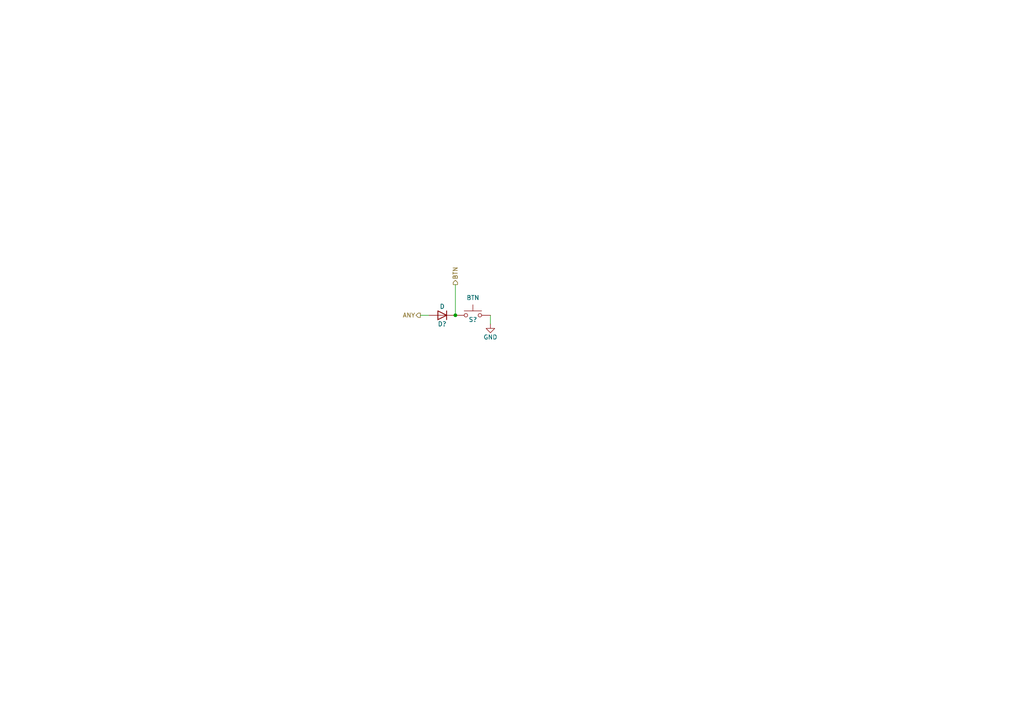
<source format=kicad_sch>
(kicad_sch (version 20211123) (generator eeschema)
  (paper "A4")
  (lib_symbols
    (symbol "Device:D" (pin_numbers hide) (pin_names (offset 1.016) hide)
      (property "Reference" "D" (at 0 2.54 0))
      (property "Value" "D" (at 0 -2.54 0))
      (symbol "D_0_1"
        (polyline (pts (xy -1.27 1.27) (xy -1.27 -1.27)) (stroke (width 0.254)))
        (polyline (pts (xy 1.27 0) (xy -1.27 0)))
        (polyline (pts (xy 1.27 1.27) (xy 1.27 -1.27) (xy -1.27 0) (xy 1.27 1.27)) (stroke (width 0.254)))
      )
      (symbol "D_1_1"
        (pin passive line (at -3.81 0 0) (length 2.54) (name "K") (number "1"))
        (pin passive line (at 3.81 0 180) (length 2.54) (name "A") (number "2"))
      )
    )
    (symbol "Switch:SW_Push" (pin_numbers hide) (pin_names (offset 1.016) hide)
      (property "Reference" "SW" (at 1.27 2.54 0))
      (property "Value" "SW_Push" (at 0 -1.524 0))
      (symbol "SW_Push_0_1"
        (circle (center -2.032 0) (radius 0.508))
        (polyline (pts (xy 0 1.27) (xy 0 3.048)))
        (polyline (pts (xy 2.54 1.27) (xy -2.54 1.27)))
        (circle (center 2.032 0) (radius 0.508))
        (pin passive line (at -5.08 0 0) (length 2.54) (name "1") (number "1"))
        (pin passive line (at 5.08 0 180) (length 2.54) (name "2") (number "2"))
      )
    )
    (symbol "power:GND" (power) (pin_names (offset 0))
      (property "Value" "GND" (at 0 -3.81 0))
      (symbol "GND_0_1"
        (polyline (pts (xy 0 0) (xy 0 -1.27) (xy 1.27 -1.27) (xy 0 -2.54) (xy -1.27 -1.27) (xy 0 -1.27)))
      )
      (symbol "GND_1_1"
        (pin power_in line (at 0 0 270) (length 0) hide (name "GND") (number "1"))
      )
    )
  )
  (junction (at 132.08 91.44))
  (wire (pts (xy 121.92 91.44) (xy 124.46 91.44)))
  (wire (pts (xy 132.08 82.55) (xy 132.08 91.44)))
  (wire (pts (xy 142.24 91.44) (xy 142.24 93.98)))
  (hierarchical_label "ANY" (shape output) (at 121.92 91.44 180))
  (hierarchical_label "BTN" (shape output) (at 132.08 82.55 90))
  (symbol (lib_id "Device:D") (at 128.27 91.44 180) (unit 1)
    (property "Reference" "D?" (at 129.54 93.98 0) (effects (justify left)))
    (property "Value" "D" (at 128.27 88.9 0))
  )
  (symbol (lib_id "power:GND") (at 142.24 93.98 0) (unit 1)
    (property "Reference" "#PWR?" (effects hide))
    (property "Value" "GND" (at 142.24 97.79 0))
  )
  (symbol (lib_id "Switch:SW_Push") (at 137.16 91.44 0) (mirror y) (unit 1)
    (property "Reference" "S?" (at 137.16 92.71 0))
    (property "Value" "BTN" (at 137.16 86.36 0))
  )
)
</source>
